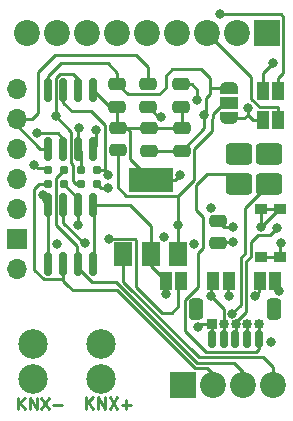
<source format=gbr>
%TF.GenerationSoftware,KiCad,Pcbnew,(7.0.0-0)*%
%TF.CreationDate,2023-02-25T15:33:57+01:00*%
%TF.ProjectId,KNeoPiX_v1.3,4b4e656f-5069-4585-9f76-312e332e6b69,1.3*%
%TF.SameCoordinates,Original*%
%TF.FileFunction,Copper,L1,Top*%
%TF.FilePolarity,Positive*%
%FSLAX46Y46*%
G04 Gerber Fmt 4.6, Leading zero omitted, Abs format (unit mm)*
G04 Created by KiCad (PCBNEW (7.0.0-0)) date 2023-02-25 15:33:57*
%MOMM*%
%LPD*%
G01*
G04 APERTURE LIST*
G04 Aperture macros list*
%AMRoundRect*
0 Rectangle with rounded corners*
0 $1 Rounding radius*
0 $2 $3 $4 $5 $6 $7 $8 $9 X,Y pos of 4 corners*
0 Add a 4 corners polygon primitive as box body*
4,1,4,$2,$3,$4,$5,$6,$7,$8,$9,$2,$3,0*
0 Add four circle primitives for the rounded corners*
1,1,$1+$1,$2,$3*
1,1,$1+$1,$4,$5*
1,1,$1+$1,$6,$7*
1,1,$1+$1,$8,$9*
0 Add four rect primitives between the rounded corners*
20,1,$1+$1,$2,$3,$4,$5,0*
20,1,$1+$1,$4,$5,$6,$7,0*
20,1,$1+$1,$6,$7,$8,$9,0*
20,1,$1+$1,$8,$9,$2,$3,0*%
%AMFreePoly0*
4,1,19,0.550000,-0.750000,0.000000,-0.750000,0.000000,-0.744911,-0.071157,-0.744911,-0.207708,-0.704816,-0.327430,-0.627875,-0.420627,-0.520320,-0.479746,-0.390866,-0.500000,-0.250000,-0.500000,0.250000,-0.479746,0.390866,-0.420627,0.520320,-0.327430,0.627875,-0.207708,0.704816,-0.071157,0.744911,0.000000,0.744911,0.000000,0.750000,0.550000,0.750000,0.550000,-0.750000,0.550000,-0.750000,
$1*%
%AMFreePoly1*
4,1,19,0.000000,0.744911,0.071157,0.744911,0.207708,0.704816,0.327430,0.627875,0.420627,0.520320,0.479746,0.390866,0.500000,0.250000,0.500000,-0.250000,0.479746,-0.390866,0.420627,-0.520320,0.327430,-0.627875,0.207708,-0.704816,0.071157,-0.744911,0.000000,-0.744911,0.000000,-0.750000,-0.550000,-0.750000,-0.550000,0.750000,0.000000,0.750000,0.000000,0.744911,0.000000,0.744911,
$1*%
G04 Aperture macros list end*
%ADD10C,0.250000*%
%TA.AperFunction,NonConductor*%
%ADD11C,0.250000*%
%TD*%
%TA.AperFunction,ComponentPad*%
%ADD12RoundRect,0.270000X-0.830000X0.630000X-0.830000X-0.630000X0.830000X-0.630000X0.830000X0.630000X0*%
%TD*%
%TA.AperFunction,SMDPad,CuDef*%
%ADD13RoundRect,0.250000X-0.475000X0.250000X-0.475000X-0.250000X0.475000X-0.250000X0.475000X0.250000X0*%
%TD*%
%TA.AperFunction,SMDPad,CuDef*%
%ADD14RoundRect,0.150000X-0.150000X-0.625000X0.150000X-0.625000X0.150000X0.625000X-0.150000X0.625000X0*%
%TD*%
%TA.AperFunction,SMDPad,CuDef*%
%ADD15RoundRect,0.250000X-0.350000X-0.650000X0.350000X-0.650000X0.350000X0.650000X-0.350000X0.650000X0*%
%TD*%
%TA.AperFunction,SMDPad,CuDef*%
%ADD16R,1.500000X2.000000*%
%TD*%
%TA.AperFunction,SMDPad,CuDef*%
%ADD17R,3.800000X2.000000*%
%TD*%
%TA.AperFunction,SMDPad,CuDef*%
%ADD18RoundRect,0.160000X-0.160000X0.197500X-0.160000X-0.197500X0.160000X-0.197500X0.160000X0.197500X0*%
%TD*%
%TA.AperFunction,SMDPad,CuDef*%
%ADD19R,1.000000X1.500000*%
%TD*%
%TA.AperFunction,SMDPad,CuDef*%
%ADD20RoundRect,0.160000X0.160000X-0.197500X0.160000X0.197500X-0.160000X0.197500X-0.160000X-0.197500X0*%
%TD*%
%TA.AperFunction,SMDPad,CuDef*%
%ADD21RoundRect,0.250000X0.475000X-0.250000X0.475000X0.250000X-0.475000X0.250000X-0.475000X-0.250000X0*%
%TD*%
%TA.AperFunction,ComponentPad*%
%ADD22C,1.875000*%
%TD*%
%TA.AperFunction,ComponentPad*%
%ADD23R,0.850000X0.850000*%
%TD*%
%TA.AperFunction,ComponentPad*%
%ADD24O,0.850000X0.850000*%
%TD*%
%TA.AperFunction,ComponentPad*%
%ADD25R,2.200000X2.200000*%
%TD*%
%TA.AperFunction,ComponentPad*%
%ADD26C,2.200000*%
%TD*%
%TA.AperFunction,ComponentPad*%
%ADD27O,1.700000X1.700000*%
%TD*%
%TA.AperFunction,ComponentPad*%
%ADD28R,1.700000X1.700000*%
%TD*%
%TA.AperFunction,SMDPad,CuDef*%
%ADD29RoundRect,0.150000X0.150000X-0.825000X0.150000X0.825000X-0.150000X0.825000X-0.150000X-0.825000X0*%
%TD*%
%TA.AperFunction,SMDPad,CuDef*%
%ADD30R,1.000000X0.900000*%
%TD*%
%TA.AperFunction,ComponentPad*%
%ADD31C,2.500000*%
%TD*%
%TA.AperFunction,SMDPad,CuDef*%
%ADD32FreePoly0,270.000000*%
%TD*%
%TA.AperFunction,SMDPad,CuDef*%
%ADD33R,1.500000X1.000000*%
%TD*%
%TA.AperFunction,SMDPad,CuDef*%
%ADD34FreePoly1,270.000000*%
%TD*%
%TA.AperFunction,ViaPad*%
%ADD35C,0.800000*%
%TD*%
%TA.AperFunction,Conductor*%
%ADD36C,0.250000*%
%TD*%
G04 APERTURE END LIST*
D10*
D11*
X119019048Y-129617380D02*
X119019048Y-128617380D01*
X119590476Y-129617380D02*
X119161905Y-129045952D01*
X119590476Y-128617380D02*
X119019048Y-129188809D01*
X120019048Y-129617380D02*
X120019048Y-128617380D01*
X120019048Y-128617380D02*
X120590476Y-129617380D01*
X120590476Y-129617380D02*
X120590476Y-128617380D01*
X120971429Y-128617380D02*
X121638095Y-129617380D01*
X121638095Y-128617380D02*
X120971429Y-129617380D01*
X122019048Y-129236428D02*
X122780953Y-129236428D01*
X122400000Y-129617380D02*
X122400000Y-128855476D01*
D10*
D11*
X113219048Y-129647380D02*
X113219048Y-128647380D01*
X113790476Y-129647380D02*
X113361905Y-129075952D01*
X113790476Y-128647380D02*
X113219048Y-129218809D01*
X114219048Y-129647380D02*
X114219048Y-128647380D01*
X114219048Y-128647380D02*
X114790476Y-129647380D01*
X114790476Y-129647380D02*
X114790476Y-128647380D01*
X115171429Y-128647380D02*
X115838095Y-129647380D01*
X115838095Y-128647380D02*
X115171429Y-129647380D01*
X116219048Y-129266428D02*
X116980953Y-129266428D01*
D12*
%TO.P,U1,20,GND*%
%TO.N,EXT_GND*%
X131956746Y-108017914D03*
%TO.P,U1,19,RESET*%
%TO.N,RESET*%
X131931700Y-110557914D03*
%TO.P,U1,17,PA31_SWDIO*%
%TO.N,SWDIO*%
X134471700Y-110557914D03*
%TO.P,U1,18,PA30_SWCLK*%
%TO.N,SWCLK*%
X134471700Y-108017914D03*
%TD*%
D13*
%TO.P,C2,1*%
%TO.N,KNX_3V3*%
X124270000Y-102100000D03*
%TO.P,C2,2*%
%TO.N,KNX_GND*%
X124270000Y-104000000D03*
%TD*%
D14*
%TO.P,J5,1,Pin_1*%
%TO.N,EXT_GND*%
X129625000Y-123675000D03*
%TO.P,J5,2,Pin_2*%
%TO.N,S_3V3*%
X130625000Y-123675000D03*
%TO.P,J5,3,Pin_3*%
%TO.N,SWCLK*%
X131625000Y-123675000D03*
%TO.P,J5,4,Pin_4*%
%TO.N,SWDIO*%
X132625000Y-123675000D03*
%TO.P,J5,5,Pin_5*%
%TO.N,RESET*%
X133625000Y-123675000D03*
D15*
%TO.P,J5,MP*%
%TO.N,N/C*%
X128325000Y-121150000D03*
X134925000Y-121150000D03*
%TD*%
D16*
%TO.P,U2,1,VI*%
%TO.N,EXT_VCC_IN*%
X122149999Y-116524999D03*
%TO.P,U2,2,GND*%
%TO.N,EXT_GND*%
X124449999Y-116524999D03*
D17*
X124449999Y-110224999D03*
D16*
%TO.P,U2,3,VO*%
%TO.N,EXT_VCC_OUT*%
X126749999Y-116524999D03*
%TD*%
D13*
%TO.P,C1,1*%
%TO.N,S_3V3*%
X121625000Y-102100000D03*
%TO.P,C1,2*%
%TO.N,EXT_GND*%
X121625000Y-104000000D03*
%TD*%
D18*
%TO.P,R4,1*%
%TO.N,NEO_DATA1_OUT*%
X117080000Y-109362500D03*
%TO.P,R4,2*%
%TO.N,D5_SCL*%
X117080000Y-110557500D03*
%TD*%
D19*
%TO.P,JP3,1,A*%
%TO.N,EXT_VCC_IN*%
X133669999Y-118774999D03*
%TO.P,JP3,2,B*%
%TO.N,EXT_VCC_OUT*%
X134969999Y-118774999D03*
%TD*%
D20*
%TO.P,R3,1*%
%TO.N,NEO_DATA0_OUT*%
X115760000Y-110547500D03*
%TO.P,R3,2*%
%TO.N,D4_SDA*%
X115760000Y-109352500D03*
%TD*%
D21*
%TO.P,C4,1*%
%TO.N,EXT_VCC_OUT*%
X121650000Y-107700000D03*
%TO.P,C4,2*%
%TO.N,EXT_GND*%
X121650000Y-105800000D03*
%TD*%
D19*
%TO.P,JP4,1,A*%
%TO.N,KNX_SAVE*%
X133974999Y-102649999D03*
%TO.P,JP4,2,B*%
%TO.N,D10*%
X135274999Y-102649999D03*
%TD*%
D13*
%TO.P,C3,1*%
%TO.N,EXT_VCC_IN*%
X127050000Y-102100000D03*
%TO.P,C3,2*%
%TO.N,EXT_GND*%
X127050000Y-104000000D03*
%TD*%
%TO.P,C6,1*%
%TO.N,EXT_GND*%
X127075000Y-105825000D03*
%TO.P,C6,2*%
%TO.N,S_3V3*%
X127075000Y-107725000D03*
%TD*%
D22*
%TO.P,H2,1,1*%
%TO.N,KNX+*%
X120250000Y-124150000D03*
%TD*%
D21*
%TO.P,C7,1*%
%TO.N,D0*%
X130175000Y-115575000D03*
%TO.P,C7,2*%
%TO.N,EXT_GND*%
X130175000Y-113675000D03*
%TD*%
D23*
%TO.P,J6,1,Pin_1*%
%TO.N,EXT_GND*%
X129649999Y-122449999D03*
D24*
%TO.P,J6,2,Pin_2*%
%TO.N,S_3V3*%
X130649999Y-122449999D03*
%TO.P,J6,3,Pin_3*%
%TO.N,SWCLK*%
X131649999Y-122449999D03*
%TO.P,J6,4,Pin_4*%
%TO.N,SWDIO*%
X132649999Y-122449999D03*
%TO.P,J6,5,Pin_5*%
%TO.N,RESET*%
X133649999Y-122449999D03*
%TD*%
D18*
%TO.P,R1,1*%
%TO.N,KNX_TX*%
X118540000Y-109352500D03*
%TO.P,R1,2*%
%TO.N,D7_RX*%
X118540000Y-110547500D03*
%TD*%
D25*
%TO.P,J4,1,Pin_1*%
%TO.N,EXT_GND*%
X127164999Y-127579999D03*
D26*
%TO.P,J4,2,Pin_2*%
%TO.N,NEO_DATA0_OUT*%
X129705000Y-127580000D03*
%TO.P,J4,3,Pin_3*%
%TO.N,NEO_DATA1_OUT*%
X132245000Y-127580000D03*
%TO.P,J4,4,Pin_4*%
%TO.N,EXT_VCC_IN*%
X134785000Y-127580000D03*
%TD*%
D25*
%TO.P,J3,1,Pin_1*%
%TO.N,EXT_GND*%
X134269999Y-97739999D03*
D26*
%TO.P,J3,2,Pin_2*%
%TO.N,S_3V3*%
X131730000Y-97740000D03*
%TO.P,J3,3,Pin_3*%
%TO.N,KNX_5V*%
X129190000Y-97740000D03*
%TO.P,J3,4,Pin_4*%
%TO.N,D1*%
X126650000Y-97740000D03*
%TO.P,J3,5,Pin_5*%
%TO.N,D2*%
X124110000Y-97740000D03*
%TO.P,J3,6,Pin_6*%
%TO.N,D3*%
X121570000Y-97740000D03*
%TO.P,J3,7,Pin_7*%
%TO.N,D8*%
X119030000Y-97740000D03*
%TO.P,J3,8,Pin_8*%
%TO.N,D9*%
X116490000Y-97740000D03*
%TO.P,J3,9,Pin_9*%
%TO.N,D10*%
X113950000Y-97740000D03*
%TD*%
D20*
%TO.P,R2,1*%
%TO.N,KNX_RX*%
X119890000Y-110550000D03*
%TO.P,R2,2*%
%TO.N,D6_TX*%
X119890000Y-109355000D03*
%TD*%
D27*
%TO.P,GN1,1,KNX+*%
%TO.N,KNX+*%
X113139999Y-117779999D03*
D28*
%TO.P,GN1,2,GND*%
%TO.N,KNX_GND*%
X113139999Y-115239999D03*
D27*
%TO.P,GN1,3,SAVE*%
%TO.N,KNX_SAVE*%
X113139999Y-112699999D03*
%TO.P,GN1,4,Rx*%
%TO.N,KNX_RX*%
X113139999Y-110159999D03*
%TO.P,GN1,5,Tx*%
%TO.N,KNX_TX*%
X113139999Y-107619999D03*
%TO.P,GN1,6,3V3*%
%TO.N,KNX_3V3*%
X113139999Y-105079999D03*
%TO.P,GN1,7,Vcc2*%
%TO.N,KNX_5V*%
X113139999Y-102539999D03*
%TD*%
D19*
%TO.P,JP1,1,A*%
%TO.N,EXT_GND*%
X125749999Y-118774999D03*
%TO.P,JP1,2,B*%
%TO.N,KNX_GND*%
X127049999Y-118774999D03*
%TD*%
D29*
%TO.P,U3,1,VDD1*%
%TO.N,KNX_3V3*%
X115795000Y-107555000D03*
%TO.P,U3,2,VOA*%
%TO.N,KNX_RX*%
X117065000Y-107555000D03*
%TO.P,U3,3,VIB*%
%TO.N,KNX_TX*%
X118335000Y-107555000D03*
%TO.P,U3,4,GND1*%
%TO.N,KNX_GND*%
X119605000Y-107555000D03*
%TO.P,U3,5,GND2*%
%TO.N,EXT_GND*%
X119605000Y-102605000D03*
%TO.P,U3,6,VOB*%
%TO.N,D7_RX*%
X118335000Y-102605000D03*
%TO.P,U3,7,VIA*%
%TO.N,D6_TX*%
X117065000Y-102605000D03*
%TO.P,U3,8,VDD2*%
%TO.N,S_3V3*%
X115795000Y-102605000D03*
%TD*%
D19*
%TO.P,JP2,1,A*%
%TO.N,S_3V3*%
X129749999Y-118774999D03*
%TO.P,JP2,2,B*%
%TO.N,KNX_3V3*%
X131049999Y-118774999D03*
%TD*%
D21*
%TO.P,C5,1*%
%TO.N,S_3V3*%
X124285000Y-107725000D03*
%TO.P,C5,2*%
%TO.N,EXT_GND*%
X124285000Y-105825000D03*
%TD*%
D30*
%TO.P,SW1,1,1*%
%TO.N,EXT_GND*%
X135409999Y-112674999D03*
X133809999Y-112674999D03*
%TO.P,SW1,2,2*%
%TO.N,D0*%
X135409999Y-116774999D03*
X133809999Y-116774999D03*
%TD*%
D31*
%TO.P,J2,1,Pin_1*%
%TO.N,KNX+*%
X120250000Y-127050000D03*
%TO.P,J2,2,Pin_2*%
%TO.N,KNX_GND*%
X114500000Y-127050000D03*
%TD*%
D22*
%TO.P,H1,1,1*%
%TO.N,KNX_GND*%
X114500000Y-124150000D03*
%TD*%
D19*
%TO.P,JP6,1,A*%
%TO.N,5V-MCU*%
X133974999Y-105149999D03*
%TO.P,JP6,2,B*%
%TO.N,KNX_5V*%
X135274999Y-105149999D03*
%TD*%
D32*
%TO.P,JP5,1,A*%
%TO.N,S_3V3*%
X131125000Y-102400000D03*
D33*
%TO.P,JP5,2,C*%
%TO.N,EXT_VCC_OUT*%
X131124999Y-103699999D03*
D34*
%TO.P,JP5,3,B*%
%TO.N,5V-MCU*%
X131125000Y-105000000D03*
%TD*%
D31*
%TO.P,J1,1,Pin_1*%
%TO.N,KNX+*%
X120230000Y-124130000D03*
%TO.P,J1,2,Pin_2*%
%TO.N,KNX_GND*%
X114480000Y-124130000D03*
%TD*%
D29*
%TO.P,U4,1,VDD1*%
%TO.N,S_3V3*%
X115795000Y-117325000D03*
%TO.P,U4,2,VOA*%
%TO.N,NEO_DATA0_OUT*%
X117065000Y-117325000D03*
%TO.P,U4,3,VIB*%
%TO.N,NEO_DATA1_OUT*%
X118335000Y-117325000D03*
%TO.P,U4,4,GND1*%
%TO.N,EXT_GND*%
X119605000Y-117325000D03*
%TO.P,U4,5,GND2*%
X119605000Y-112375000D03*
%TO.P,U4,6,VOB*%
%TO.N,D5_SCL*%
X118335000Y-112375000D03*
%TO.P,U4,7,VIA*%
%TO.N,D4_SDA*%
X117065000Y-112375000D03*
%TO.P,U4,8,VDD2*%
%TO.N,S_3V3*%
X115795000Y-112375000D03*
%TD*%
D35*
%TO.N,KNX_3V3*%
X131050000Y-120060000D03*
X116534900Y-115646000D03*
%TO.N,KNX_RX*%
X114849799Y-106275201D03*
X120827800Y-110924400D03*
%TO.N,KNX_TX*%
X118387400Y-105776300D03*
%TO.N,D0*%
X131410400Y-115470000D03*
X135450000Y-115510000D03*
%TO.N,D10*%
X130350000Y-96184100D03*
%TO.N,D3*%
X125605900Y-115048500D03*
%TO.N,D2*%
X128145900Y-115642800D03*
%TO.N,D1*%
X129550400Y-112560500D03*
%TO.N,KNX_GND*%
X119832900Y-105944400D03*
X120892700Y-115173600D03*
X125315700Y-104922900D03*
%TO.N,D4_SDA*%
X114600000Y-108925000D03*
X118908200Y-115594200D03*
%TO.N,D5_SCL*%
X118335000Y-114050500D03*
%TO.N,D6_TX*%
X120827800Y-109767400D03*
%TO.N,D7_RX*%
X116421600Y-104841500D03*
%TO.N,KNX_SAVE*%
X134845500Y-100289000D03*
%TO.N,EXT_GND*%
X134670000Y-123960000D03*
X128500000Y-122699500D03*
X125750000Y-119887416D03*
X131410400Y-114170000D03*
X133825000Y-114170500D03*
X126954900Y-109769200D03*
%TO.N,5V-MCU*%
X132661051Y-104088949D03*
%TO.N,EXT_VCC_OUT*%
X135349500Y-119650500D03*
X126775000Y-114000000D03*
%TO.N,S_3V3*%
X128968600Y-104697800D03*
X115314652Y-111448859D03*
X129556392Y-120053608D03*
%TO.N,EXT_VCC_IN*%
X133270000Y-120060000D03*
X128400000Y-103450000D03*
%TO.N,SWCLK*%
X135125000Y-114300000D03*
%TO.N,SWDIO*%
X131375000Y-121525000D03*
%TD*%
D36*
%TO.N,SWDIO*%
X134471700Y-110557914D02*
X132475000Y-112554614D01*
X131375000Y-121525000D02*
X131375000Y-121500000D01*
X132070000Y-120805000D02*
X132070000Y-116820000D01*
X132475000Y-116415000D02*
X132475000Y-112554614D01*
X132070000Y-116820000D02*
X132475000Y-116415000D01*
X131375000Y-121500000D02*
X132070000Y-120805000D01*
%TO.N,RESET*%
X129220000Y-109740000D02*
X131113786Y-109740000D01*
X131113786Y-109740000D02*
X131931700Y-110557914D01*
X128320000Y-112760000D02*
X128320000Y-110640000D01*
X128870900Y-115943105D02*
X128870900Y-113310900D01*
X128320000Y-110640000D02*
X129220000Y-109740000D01*
X128870900Y-113310900D02*
X128320000Y-112760000D01*
%TO.N,KNX_3V3*%
X116390000Y-99610000D02*
X123250000Y-99610000D01*
X115105000Y-107555000D02*
X115795000Y-107555000D01*
X124270000Y-100630000D02*
X124270000Y-102100000D01*
X114890000Y-104560000D02*
X114890000Y-101110000D01*
X131050000Y-120060000D02*
X130975000Y-119985000D01*
X113140000Y-105590000D02*
X115105000Y-107555000D01*
X114890000Y-101110000D02*
X116390000Y-99610000D01*
X130975000Y-119985000D02*
X130975000Y-118850000D01*
X123250000Y-99610000D02*
X124270000Y-100630000D01*
X114370000Y-105080000D02*
X114890000Y-104560000D01*
X113140000Y-105080000D02*
X114370000Y-105080000D01*
%TO.N,KNX_RX*%
X116585000Y-106255000D02*
X117065000Y-106735000D01*
X120264400Y-110924400D02*
X120827800Y-110924400D01*
X114870000Y-106255000D02*
X116585000Y-106255000D01*
X119890000Y-110550000D02*
X120264400Y-110924400D01*
X114849799Y-106275201D02*
X114870000Y-106255000D01*
%TO.N,KNX_TX*%
X118335000Y-105828700D02*
X118387400Y-105776300D01*
X118540000Y-107760000D02*
X118335000Y-107555000D01*
X118335000Y-107555000D02*
X118335000Y-105828700D01*
X118540000Y-109352500D02*
X118540000Y-107760000D01*
%TO.N,D0*%
X135410000Y-116775000D02*
X133810000Y-116775000D01*
X135410000Y-116775000D02*
X135410000Y-115550000D01*
X135410000Y-115550000D02*
X135450000Y-115510000D01*
X131410400Y-115470000D02*
X130280000Y-115470000D01*
%TO.N,D10*%
X130350000Y-96184100D02*
X130365900Y-96200000D01*
X130365900Y-96200000D02*
X135452700Y-96200000D01*
X135452700Y-96200000D02*
X135695200Y-96442500D01*
X135275000Y-101574900D02*
X135275000Y-102650000D01*
X135695200Y-96442500D02*
X135695200Y-101154700D01*
X135695200Y-101154700D02*
X135275000Y-101574900D01*
%TO.N,KNX_GND*%
X123089300Y-115173600D02*
X123225000Y-115309300D01*
X123225000Y-115309300D02*
X123225000Y-119275000D01*
X120892700Y-115173600D02*
X123089300Y-115173600D01*
X123225000Y-119275000D02*
X125400000Y-121450000D01*
X125192900Y-104922900D02*
X125315700Y-104922900D01*
X125400000Y-121450000D02*
X126250000Y-121450000D01*
X119605000Y-107555000D02*
X119832900Y-107327100D01*
X124270000Y-104000000D02*
X125192900Y-104922900D01*
X119832900Y-107327100D02*
X119832900Y-105944400D01*
X126775000Y-120925000D02*
X126775000Y-119050000D01*
X126250000Y-121450000D02*
X126775000Y-120925000D01*
%TO.N,D4_SDA*%
X118908200Y-115594200D02*
X118772300Y-115594200D01*
X117065000Y-113886900D02*
X117065000Y-112375000D01*
X114915000Y-109240000D02*
X115647500Y-109240000D01*
X118772300Y-115594200D02*
X117065000Y-113886900D01*
X114600000Y-108925000D02*
X114915000Y-109240000D01*
%TO.N,D5_SCL*%
X118335000Y-111812500D02*
X117080000Y-110557500D01*
X118335000Y-112375000D02*
X118335000Y-114050500D01*
%TO.N,D6_TX*%
X117800000Y-104410000D02*
X119430000Y-104410000D01*
X120558100Y-109355000D02*
X120558100Y-109497700D01*
X117065000Y-102605000D02*
X117065000Y-103675000D01*
X119430000Y-104410000D02*
X120558100Y-105538100D01*
X117065000Y-103675000D02*
X117800000Y-104410000D01*
X120558100Y-109355000D02*
X119890000Y-109355000D01*
X120558100Y-105538100D02*
X120558100Y-109355000D01*
X120558100Y-109497700D02*
X120827800Y-109767400D01*
%TO.N,D7_RX*%
X118097500Y-110547500D02*
X117895000Y-110345000D01*
X117895000Y-108955000D02*
X117710000Y-108770000D01*
X117910000Y-101220000D02*
X118335000Y-101645000D01*
X116421600Y-101584000D02*
X116785600Y-101220000D01*
X117895000Y-110345000D02*
X117895000Y-108955000D01*
X118335000Y-101645000D02*
X118335000Y-102605000D01*
X116421600Y-104841500D02*
X116421600Y-101584000D01*
X117710000Y-108770000D02*
X117710000Y-106129900D01*
X116785600Y-101220000D02*
X117910000Y-101220000D01*
X117710000Y-106129900D02*
X116421600Y-104841500D01*
X118540000Y-110547500D02*
X118097500Y-110547500D01*
%TO.N,KNX_SAVE*%
X133975000Y-101159500D02*
X134845500Y-100289000D01*
X133975000Y-102650000D02*
X133975000Y-101159500D01*
%TO.N,KNX_5V*%
X132930600Y-101480600D02*
X129190000Y-97740000D01*
X132930600Y-103333900D02*
X132930600Y-101480600D01*
X135275000Y-105150000D02*
X135275000Y-104074900D01*
X133671600Y-104074900D02*
X132930600Y-103333900D01*
X135275000Y-104074900D02*
X133671600Y-104074900D01*
%TO.N,EXT_GND*%
X124450000Y-114100000D02*
X122725000Y-112375000D01*
X119633300Y-117296700D02*
X119633300Y-112403300D01*
X124450000Y-110225000D02*
X126499100Y-110225000D01*
X125750000Y-119887416D02*
X125750000Y-118775000D01*
X124450000Y-117475000D02*
X125750000Y-118775000D01*
X133810000Y-112675000D02*
X133810000Y-114155500D01*
X135320500Y-112675000D02*
X135410000Y-112675000D01*
X121625000Y-104000000D02*
X121625000Y-105775000D01*
X122700000Y-108475000D02*
X122700000Y-106100000D01*
X124450000Y-116525000D02*
X124450000Y-117475000D01*
X129650000Y-122450000D02*
X129650000Y-123650000D01*
X128749500Y-122450000D02*
X128500000Y-122699500D01*
X133810000Y-114155500D02*
X133825000Y-114170500D01*
X119605000Y-102605000D02*
X121000000Y-104000000D01*
X133825000Y-114170500D02*
X135320500Y-112675000D01*
X130670000Y-114170000D02*
X130175000Y-113675000D01*
X129650000Y-122450000D02*
X128749500Y-122450000D01*
X121000000Y-104000000D02*
X121625000Y-104000000D01*
X122700000Y-106100000D02*
X122400000Y-105800000D01*
X122400000Y-105800000D02*
X124260000Y-105800000D01*
X122700000Y-108475000D02*
X124450000Y-110225000D01*
X126499100Y-110225000D02*
X126954900Y-109769200D01*
X131410400Y-114170000D02*
X130670000Y-114170000D01*
X124450000Y-116525000D02*
X124450000Y-114100000D01*
X122725000Y-112375000D02*
X119605000Y-112375000D01*
X124285000Y-105825000D02*
X127075000Y-105825000D01*
X121650000Y-105800000D02*
X122400000Y-105800000D01*
X127075000Y-105825000D02*
X127075000Y-104025000D01*
X133810000Y-112675000D02*
X135410000Y-112675000D01*
%TO.N,NEO_DATA1_OUT*%
X132245000Y-127580000D02*
X132245000Y-126470000D01*
X116435000Y-110007500D02*
X116435000Y-111635000D01*
X117080000Y-109362500D02*
X116435000Y-110007500D01*
X131480000Y-125705000D02*
X128382208Y-125705000D01*
X116435000Y-111635000D02*
X116440000Y-111640000D01*
X118183100Y-115777300D02*
X118183100Y-117173100D01*
X128382208Y-125705000D02*
X121527208Y-118850000D01*
X121527208Y-118850000D02*
X119483249Y-118850000D01*
X132245000Y-126470000D02*
X131480000Y-125705000D01*
X116440000Y-111640000D02*
X116440000Y-114032400D01*
X116440000Y-114032400D02*
X116439100Y-114033300D01*
X119483249Y-118850000D02*
X118335000Y-117701751D01*
X116439100Y-114033300D02*
X118183100Y-115777300D01*
%TO.N,NEO_DATA0_OUT*%
X117452500Y-119157500D02*
X117065000Y-118770000D01*
X115422300Y-118632300D02*
X116927300Y-118632300D01*
X129705000Y-127580000D02*
X129705000Y-126605000D01*
X114589652Y-117799652D02*
X115422300Y-118632300D01*
X121610812Y-119570000D02*
X117865000Y-119570000D01*
X117865000Y-119570000D02*
X117452500Y-119157500D01*
X129255000Y-126155000D02*
X128195812Y-126155000D01*
X117065000Y-118770000D02*
X117065000Y-117325000D01*
X128195812Y-126155000D02*
X121610812Y-119570000D01*
X114982700Y-110547500D02*
X114589652Y-110940548D01*
X129705000Y-126605000D02*
X129255000Y-126155000D01*
X114589652Y-110940548D02*
X114589652Y-117799652D01*
X116927300Y-118632300D02*
X117452500Y-119157500D01*
X115760000Y-110547500D02*
X114982700Y-110547500D01*
%TO.N,5V-MCU*%
X133975000Y-105150000D02*
X133130000Y-105150000D01*
X132680000Y-104700000D02*
X132680000Y-104107898D01*
X132680000Y-104107898D02*
X132661051Y-104088949D01*
X132380000Y-105000000D02*
X132680000Y-104700000D01*
X131125000Y-105000000D02*
X132380000Y-105000000D01*
X133130000Y-105150000D02*
X132680000Y-104700000D01*
%TO.N,EXT_VCC_OUT*%
X129680000Y-106040000D02*
X128125000Y-107595000D01*
X128125000Y-110190200D02*
X126750000Y-111565200D01*
X130650000Y-103700000D02*
X129693600Y-104656400D01*
X126750000Y-111565200D02*
X126750000Y-113975000D01*
X129693600Y-104656400D02*
X129693600Y-104998105D01*
X128125000Y-107595000D02*
X128125000Y-110190200D01*
X126750000Y-113975000D02*
X126775000Y-114000000D01*
X121650000Y-110818400D02*
X121650000Y-107700000D01*
X134970000Y-119271000D02*
X135349500Y-119650500D01*
X126750000Y-116525000D02*
X126750000Y-114025000D01*
X134970000Y-118775000D02*
X134970000Y-119271000D01*
X126750000Y-114025000D02*
X126775000Y-114000000D01*
X129693600Y-104998105D02*
X129680000Y-105011705D01*
X129680000Y-105011705D02*
X129680000Y-106040000D01*
X122396800Y-111565200D02*
X121650000Y-110818400D01*
X126750000Y-111565200D02*
X122396800Y-111565200D01*
%TO.N,S_3V3*%
X129446700Y-102400000D02*
X131125000Y-102400000D01*
X129446700Y-101576700D02*
X128720000Y-100850000D01*
X129125000Y-104541400D02*
X129125000Y-103275400D01*
X115314652Y-111448859D02*
X115314652Y-111894652D01*
X129446700Y-102953700D02*
X129446700Y-102400000D01*
X129446700Y-102953700D02*
X129446700Y-101576700D01*
X130650000Y-121147216D02*
X130650000Y-122450000D01*
X122497600Y-102972600D02*
X121625000Y-102100000D01*
X129556392Y-120053608D02*
X129556392Y-118968608D01*
X128968600Y-104697800D02*
X129125000Y-104541400D01*
X130650000Y-122450000D02*
X130650000Y-123650000D01*
X128720000Y-100850000D02*
X126290000Y-100850000D01*
X115795000Y-101425000D02*
X116870000Y-100350000D01*
X115795000Y-112375000D02*
X115795000Y-117325000D01*
X125750000Y-101390000D02*
X125750000Y-102410000D01*
X125750000Y-102410000D02*
X125187400Y-102972600D01*
X121625000Y-101125000D02*
X121625000Y-102100000D01*
X125187400Y-102972600D02*
X122497600Y-102972600D01*
X120850000Y-100350000D02*
X121625000Y-101125000D01*
X129125000Y-103275400D02*
X129446700Y-102953700D01*
X128968600Y-105831400D02*
X128968600Y-104697800D01*
X115795000Y-102605000D02*
X115795000Y-101425000D01*
X124285000Y-107725000D02*
X127075000Y-107725000D01*
X115314652Y-111894652D02*
X115795000Y-112375000D01*
X129556392Y-120053608D02*
X130650000Y-121147216D01*
X126290000Y-100850000D02*
X125750000Y-101390000D01*
X116870000Y-100350000D02*
X120850000Y-100350000D01*
X127075000Y-107725000D02*
X128968600Y-105831400D01*
%TO.N,EXT_VCC_IN*%
X128400000Y-103450000D02*
X128400000Y-102560000D01*
X127940000Y-102100000D02*
X127050000Y-102100000D01*
X133640000Y-119690000D02*
X133270000Y-120060000D01*
X122150000Y-116525000D02*
X122150000Y-118836396D01*
X134785000Y-126085000D02*
X134785000Y-127580000D01*
X128400000Y-102560000D02*
X127940000Y-102100000D01*
X128538604Y-125225000D02*
X133925000Y-125225000D01*
X133925000Y-125225000D02*
X134785000Y-126085000D01*
X122150000Y-118836396D02*
X128538604Y-125225000D01*
X133640000Y-119690000D02*
X133640000Y-118805000D01*
%TO.N,SWCLK*%
X132520000Y-121405305D02*
X131650000Y-122275305D01*
X133530000Y-114895000D02*
X132925000Y-115500000D01*
X132520000Y-117106000D02*
X132520000Y-121405305D01*
X132925000Y-115500000D02*
X132925000Y-116701000D01*
X132925000Y-116701000D02*
X132520000Y-117106000D01*
X134530000Y-114895000D02*
X133530000Y-114895000D01*
X131650000Y-122450000D02*
X131650000Y-123650000D01*
X135125000Y-114300000D02*
X134530000Y-114895000D01*
%TO.N,SWDIO*%
X132650000Y-122450000D02*
X132650000Y-123650000D01*
%TO.N,RESET*%
X128870900Y-115943105D02*
X128425000Y-116389005D01*
X133625000Y-123675000D02*
X133625000Y-124525000D01*
X133625000Y-124525000D02*
X133375000Y-124775000D01*
X128425000Y-119236827D02*
X127325000Y-120336827D01*
X127325000Y-122975805D02*
X129124195Y-124775000D01*
X133375000Y-124775000D02*
X129124195Y-124775000D01*
X128425000Y-116389005D02*
X128425000Y-119236827D01*
X133625000Y-123675000D02*
X133625000Y-122475000D01*
X127325000Y-120336827D02*
X127325000Y-122975805D01*
%TD*%
M02*

</source>
